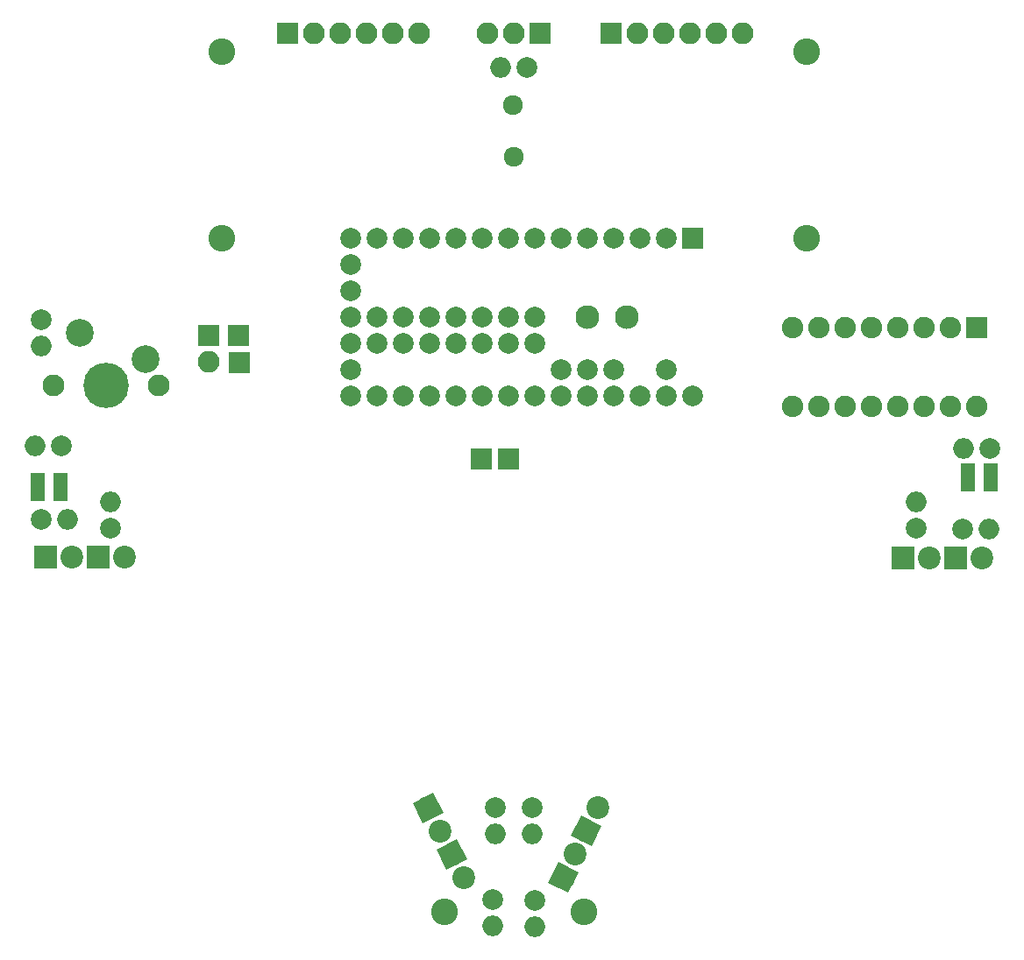
<source format=gbr>
G04 #@! TF.GenerationSoftware,KiCad,Pcbnew,(5.0.0-3-g5ebb6b6)*
G04 #@! TF.CreationDate,2019-09-06T01:44:36-07:00*
G04 #@! TF.ProjectId,mouse,6D6F7573652E6B696361645F70636200,rev?*
G04 #@! TF.SameCoordinates,Original*
G04 #@! TF.FileFunction,Soldermask,Bot*
G04 #@! TF.FilePolarity,Negative*
%FSLAX46Y46*%
G04 Gerber Fmt 4.6, Leading zero omitted, Abs format (unit mm)*
G04 Created by KiCad (PCBNEW (5.0.0-3-g5ebb6b6)) date Friday, September 06, 2019 at 01:44:36 AM*
%MOMM*%
%LPD*%
G01*
G04 APERTURE LIST*
%ADD10R,2.100000X2.100000*%
%ADD11O,2.100000X2.100000*%
%ADD12C,2.200000*%
%ADD13R,2.200000X2.200000*%
%ADD14C,0.100000*%
%ADD15C,2.000000*%
%ADD16O,2.000000X2.000000*%
%ADD17R,2.000000X2.000000*%
%ADD18C,2.300000*%
%ADD19R,2.076400X2.076400*%
%ADD20C,2.076400*%
%ADD21C,2.584400*%
%ADD22C,1.924000*%
%ADD23R,1.400000X2.800000*%
%ADD24C,2.686000*%
%ADD25C,4.387800*%
%ADD26C,2.101800*%
G04 APERTURE END LIST*
D10*
G04 #@! TO.C,BT1*
X129032000Y-88138000D03*
D11*
X129032000Y-90678000D03*
G04 #@! TD*
D12*
G04 #@! TO.C,D0*
X198691500Y-109601000D03*
D13*
X196151500Y-109601000D03*
G04 #@! TD*
D12*
G04 #@! TO.C,D1*
X163322000Y-140525500D03*
D14*
G36*
X163815610Y-142000745D02*
X161846755Y-141019110D01*
X162828390Y-139050255D01*
X164797245Y-140031890D01*
X163815610Y-142000745D01*
X163815610Y-142000745D01*
G37*
D12*
X164455342Y-138252367D03*
G04 #@! TD*
G04 #@! TO.C,D2*
X120904000Y-109537500D03*
D13*
X118364000Y-109537500D03*
G04 #@! TD*
D12*
G04 #@! TO.C,D3*
X152527000Y-138303000D03*
D14*
G36*
X151051755Y-137809390D02*
X153020610Y-136827755D01*
X154002245Y-138796610D01*
X152033390Y-139778245D01*
X151051755Y-137809390D01*
X151051755Y-137809390D01*
G37*
D12*
X153660342Y-140576133D03*
G04 #@! TD*
D13*
G04 #@! TO.C,Q0*
X201164677Y-109616645D03*
D12*
X203704677Y-109616645D03*
G04 #@! TD*
G04 #@! TO.C,Q1*
X166677842Y-133743867D03*
X165544500Y-136017000D03*
D14*
G36*
X166038110Y-137492245D02*
X164069255Y-136510610D01*
X165050890Y-134541755D01*
X167019745Y-135523390D01*
X166038110Y-137492245D01*
X166038110Y-137492245D01*
G37*
G04 #@! TD*
D13*
G04 #@! TO.C,Q2*
X113346989Y-109548045D03*
D12*
X115886989Y-109548045D03*
G04 #@! TD*
G04 #@! TO.C,Q3*
X151384000Y-136080500D03*
X150250658Y-133807367D03*
D14*
G36*
X148775413Y-133313757D02*
X150744268Y-132332122D01*
X151725903Y-134300977D01*
X149757048Y-135282612D01*
X148775413Y-133313757D01*
X148775413Y-133313757D01*
G37*
G04 #@! TD*
D15*
G04 #@! TO.C,R0*
X197358000Y-106743500D03*
D16*
X197358000Y-104203500D03*
G04 #@! TD*
G04 #@! TO.C,R1*
X160528000Y-145288000D03*
D15*
X160528000Y-142748000D03*
G04 #@! TD*
D16*
G04 #@! TO.C,R2*
X119570500Y-104203500D03*
D15*
X119570500Y-106743500D03*
G04 #@! TD*
G04 #@! TO.C,R3*
X156527500Y-142684500D03*
D16*
X156527500Y-145224500D03*
G04 #@! TD*
D15*
G04 #@! TO.C,R4*
X201866500Y-106807000D03*
D16*
X204406500Y-106807000D03*
G04 #@! TD*
G04 #@! TO.C,R5*
X160274000Y-136334500D03*
D15*
X160274000Y-133794500D03*
G04 #@! TD*
G04 #@! TO.C,R6*
X112903000Y-105918000D03*
D16*
X115443000Y-105918000D03*
G04 #@! TD*
G04 #@! TO.C,R7*
X156781500Y-136334500D03*
D15*
X156781500Y-133794500D03*
G04 #@! TD*
G04 #@! TO.C,U1*
X142748000Y-86360000D03*
X142748000Y-88900000D03*
X142748000Y-91440000D03*
X142748000Y-93980000D03*
X142748000Y-83820000D03*
X142748000Y-81280000D03*
X142748000Y-78740000D03*
X145288000Y-93980000D03*
X147828000Y-93980000D03*
X150368000Y-93980000D03*
X152908000Y-93980000D03*
X155448000Y-93980000D03*
X157988000Y-93980000D03*
X160528000Y-93980000D03*
X163068000Y-93980000D03*
X165608000Y-93980000D03*
X168148000Y-93980000D03*
X170688000Y-93980000D03*
X173228000Y-93980000D03*
X175768000Y-93980000D03*
X173228000Y-91440000D03*
X168148000Y-91440000D03*
X165608000Y-91440000D03*
X163068000Y-91440000D03*
X145288000Y-78740000D03*
X147828000Y-78740000D03*
X150368000Y-78740000D03*
X152908000Y-78740000D03*
X155448000Y-78740000D03*
X157988000Y-78740000D03*
X160528000Y-78740000D03*
X163068000Y-78740000D03*
X165608000Y-78740000D03*
X168148000Y-78740000D03*
X170688000Y-78740000D03*
X173228000Y-78740000D03*
D17*
X175768000Y-78740000D03*
D15*
X160528000Y-86360000D03*
X157988000Y-86360000D03*
X155448000Y-86360000D03*
X152908000Y-86360000D03*
X150368000Y-86360000D03*
X147828000Y-86360000D03*
X145288000Y-86360000D03*
X145288000Y-88900000D03*
X147828000Y-88900000D03*
X150368000Y-88900000D03*
X152908000Y-88900000D03*
X155448000Y-88900000D03*
X157988000Y-88900000D03*
X160528000Y-88900000D03*
D18*
X165608000Y-86360000D03*
X169418000Y-86360000D03*
G04 #@! TD*
D19*
G04 #@! TO.C,U2*
X203200000Y-87376000D03*
D20*
X200660000Y-87376000D03*
X198120000Y-87376000D03*
X195580000Y-87376000D03*
X193040000Y-87376000D03*
X190500000Y-87376000D03*
X187960000Y-87376000D03*
X185420000Y-87376000D03*
X185420000Y-94996000D03*
X187960000Y-94996000D03*
X190500000Y-94996000D03*
X193040000Y-94996000D03*
X195580000Y-94996000D03*
X198120000Y-94996000D03*
X200660000Y-94996000D03*
X203200000Y-94996000D03*
G04 #@! TD*
D10*
G04 #@! TO.C,U3*
X161036000Y-58928000D03*
D11*
X158496000Y-58928000D03*
X155956000Y-58928000D03*
G04 #@! TD*
D21*
G04 #@! TO.C,M1*
X130361700Y-60723000D03*
X130361700Y-78723000D03*
G04 #@! TD*
G04 #@! TO.C,M2*
X186770000Y-60723000D03*
X186770000Y-78723000D03*
G04 #@! TD*
G04 #@! TO.C,M3*
X165309500Y-143827500D03*
X151809500Y-143827500D03*
G04 #@! TD*
D22*
G04 #@! TO.C,BZ1*
X158496000Y-70826000D03*
X158446000Y-65826000D03*
G04 #@! TD*
D23*
G04 #@! TO.C,D4*
X204554000Y-101854000D03*
X202354000Y-101854000D03*
G04 #@! TD*
G04 #@! TO.C,D5*
X112565000Y-102743000D03*
X114765000Y-102743000D03*
G04 #@! TD*
D10*
G04 #@! TO.C,GND*
X132029200Y-90728800D03*
G04 #@! TD*
G04 #@! TO.C,SCL*
X158038800Y-100076000D03*
G04 #@! TD*
G04 #@! TO.C,SDA*
X155397200Y-100076000D03*
G04 #@! TD*
G04 #@! TO.C,BT*
X131978400Y-88138000D03*
G04 #@! TD*
D15*
G04 #@! TO.C,R8*
X204470000Y-99060000D03*
D16*
X201930000Y-99060000D03*
G04 #@! TD*
G04 #@! TO.C,R9*
X112268000Y-98806000D03*
D15*
X114808000Y-98806000D03*
G04 #@! TD*
D16*
G04 #@! TO.C,R10*
X157226000Y-62230000D03*
D15*
X159766000Y-62230000D03*
G04 #@! TD*
G04 #@! TO.C,R11*
X112903000Y-86614000D03*
D16*
X112903000Y-89154000D03*
G04 #@! TD*
D24*
G04 #@! TO.C,SW1*
X116586000Y-87884000D03*
D25*
X119126000Y-92964000D03*
D24*
X122936000Y-90424000D03*
D26*
X114046000Y-92964000D03*
X124206000Y-92964000D03*
G04 #@! TD*
D11*
G04 #@! TO.C,U4*
X180594000Y-58928000D03*
X178054000Y-58928000D03*
X175514000Y-58928000D03*
X172974000Y-58928000D03*
X170434000Y-58928000D03*
D10*
X167894000Y-58928000D03*
G04 #@! TD*
G04 #@! TO.C,U5*
X136652000Y-58928000D03*
D11*
X139192000Y-58928000D03*
X141732000Y-58928000D03*
X144272000Y-58928000D03*
X146812000Y-58928000D03*
X149352000Y-58928000D03*
G04 #@! TD*
M02*

</source>
